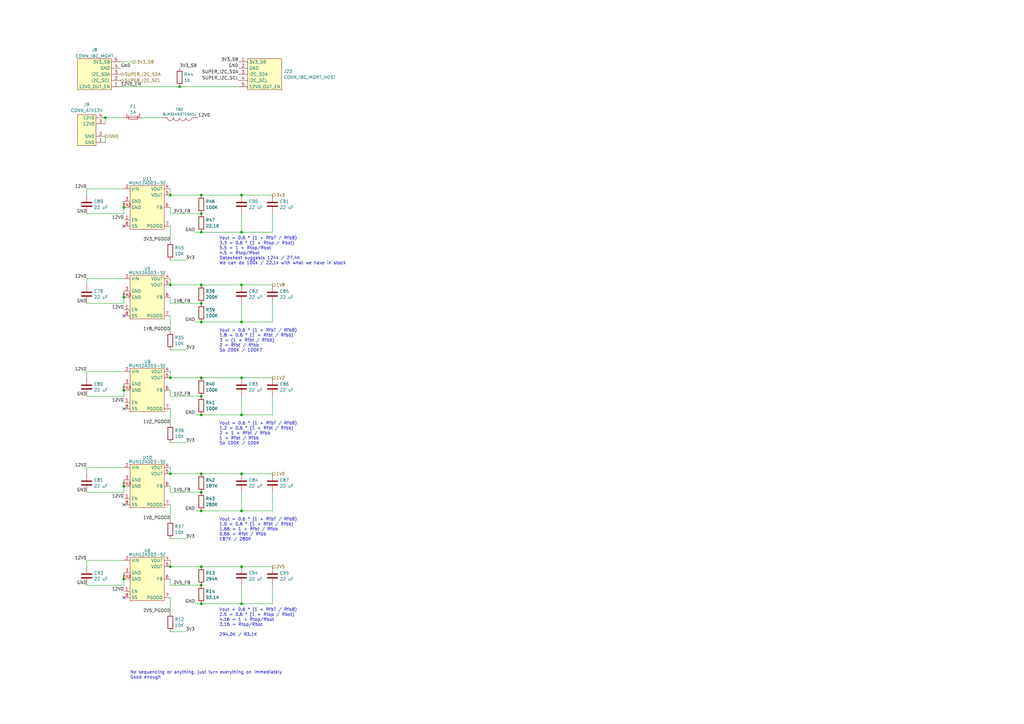
<source format=kicad_sch>
(kicad_sch (version 20231120) (generator "eeschema") (generator_version "8.0")
  (paper "A3")
  (title_block (title "Andrew D. Zonenberg") (date "2025-01-20") (rev "0.1") (company "Antikernel Labs"))
  (lib_symbols
    (symbol "device:C" (pin_numbers hide) (pin_names (offset 0.254))
      (property "Reference" "C" (at 0.635 2.54 0))
      (property "Value" "C" (at 0.635 -2.54 0))
      (symbol "C_0_1"
        (polyline (pts (xy -2.032 -0.762) (xy 2.032 -0.762)) (stroke (width 0.508)))
        (polyline (pts (xy -2.032 0.762) (xy 2.032 0.762)) (stroke (width 0.508)))
      )
      (symbol "C_1_1"
        (pin passive line (at 0 3.81 270) (length 2.794) (name "~") (number "1"))
        (pin passive line (at 0 -3.81 90) (length 2.794) (name "~") (number "2"))
      )
    )
    (symbol "device:R" (pin_numbers hide) (pin_names (offset 0))
      (property "Reference" "R" (at 2.032 0 90))
      (property "Value" "R" (at 0 0 90))
      (symbol "R_0_1"
        (rectangle (start -1.016 -2.54) (end 1.016 2.54) (stroke (width 0.254)))
      )
      (symbol "R_1_1"
        (pin passive line (at 0 3.81 270) (length 1.27) (name "~") (number "1"))
        (pin passive line (at 0 -3.81 90) (length 1.27) (name "~") (number "2"))
      )
    )
    (symbol "passive-azonenberg:INDUCTOR_PWROUT" (pin_numbers hide) (pin_names (offset 1.016) hide)
      (property "Reference" "L" (at -1.27 0 90))
      (property "Value" "INDUCTOR_PWROUT" (at 2.54 0 90))
      (symbol "INDUCTOR_PWROUT_0_1"
        (arc (start 0.0254 -5.0546) (mid 1.245 -3.7973) (end 0.0254 -2.54))
        (arc (start 0.0254 -2.5146) (mid 1.2704 -1.2319) (end 0.0254 0.0508))
        (arc (start 0.0254 0.0254) (mid 1.2704 1.3081) (end 0.0254 2.5908))
        (arc (start 0.0254 2.5654) (mid 1.1942 3.7719) (end 0.0254 4.9784))
      )
      (symbol "INDUCTOR_PWROUT_1_1"
        (pin power_out line (at 0 7.62 270) (length 2.54) (name "1") (number "1"))
        (pin passive line (at 0 -7.62 90) (length 2.54) (name "2") (number "2"))
      )
    )
    (symbol "power-azonenberg:CONN_ATX12V"
      (property "Reference" "J" (at 0 -1.27 0))
      (property "Value" "CONN_ATX12V" (at 0 -3.81 0))
      (symbol "CONN_ATX12V_0_1"
        (rectangle (start -7.62 12.7) (end 0 0) (stroke (width 0.1524)) (fill (type background)))
      )
      (symbol "CONN_ATX12V_1_1"
        (pin power_in line (at 3.81 1.27 180) (length 3.81) (name "GND") (number "1"))
        (pin power_out line (at 3.81 3.81 180) (length 3.81) (name "GND") (number "2"))
        (pin power_in line (at 3.81 8.89 180) (length 3.81) (name "12V0") (number "3"))
        (pin power_out line (at 3.81 11.43 180) (length 3.81) (name "12V0") (number "4"))
      )
    )
    (symbol "power-azonenberg:CONN_IBC_MGMT_DEVICE"
      (property "Reference" "J" (at 0 -1.27 0))
      (property "Value" "CONN_IBC_MGMT_DEVICE" (at 0 -3.81 0))
      (symbol "CONN_IBC_MGMT_DEVICE_0_1"
        (rectangle (start 0 12.7) (end -13.97 0) (stroke (width 0.1524)) (fill (type background)))
      )
      (symbol "CONN_IBC_MGMT_DEVICE_1_1"
        (pin input line (at 3.81 1.27 180) (length 3.81) (name "12V0_OUT_EN") (number "1"))
        (pin bidirectional line (at 3.81 3.81 180) (length 3.81) (name "I2C_SCL") (number "2"))
        (pin bidirectional line (at 3.81 6.35 180) (length 3.81) (name "I2C_SDA") (number "3"))
        (pin power_in line (at 3.81 8.89 180) (length 3.81) (name "GND") (number "4"))
        (pin power_out line (at 3.81 11.43 180) (length 3.81) (name "3V3_SB") (number "5"))
      )
    )
    (symbol "power-azonenberg:CONN_IBC_MGMT_HOST"
      (property "Reference" "J" (at 0 -1.27 0))
      (property "Value" "CONN_IBC_MGMT_HOST" (at 0 -3.81 0))
      (symbol "CONN_IBC_MGMT_HOST_0_1"
        (rectangle (start 0 12.7) (end -13.97 0) (stroke (width 0.1524)) (fill (type background)))
      )
      (symbol "CONN_IBC_MGMT_HOST_1_1"
        (pin power_in line (at 3.81 11.43 180) (length 3.81) (name "3V3_SB") (number "1"))
        (pin power_in line (at 3.81 8.89 180) (length 3.81) (name "GND") (number "2"))
        (pin bidirectional line (at 3.81 6.35 180) (length 3.81) (name "I2C_SDA") (number "3"))
        (pin bidirectional line (at 3.81 3.81 180) (length 3.81) (name "I2C_SCL") (number "4"))
        (pin output line (at 3.81 1.27 180) (length 3.81) (name "12V0_OUT_EN") (number "5"))
      )
    )
    (symbol "power-azonenberg:FUSE_PWROUT_2" (pin_names (offset 0.254))
      (property "Reference" "F" (at 4.445 1.27 0))
      (property "Value" "FUSE_PWROUT_2" (at -0.635 -1.905 0))
      (symbol "FUSE_PWROUT_2_0_1"
        (rectangle (start -1.905 0.635) (end 1.905 -0.635))
        (polyline (pts (xy 1.905 0) (xy -1.905 0)))
      )
      (symbol "FUSE_PWROUT_2_1_1"
        (pin power_in line (at -3.81 0 0) (length 2.54) (name "~") (number "1"))
        (pin power_out line (at 3.81 0 180) (length 2.54) (name "~") (number "2"))
      )
    )
    (symbol "power-azonenberg:MUN12AD03-SE"
      (property "Reference" "U" (at 0 -3.048 0))
      (property "Value" "MUN12AD03-SE" (at 0 -1.27 0))
      (symbol "MUN12AD03-SE_1_1"
        (rectangle (start 0 17.78) (end 13.97 0) (fill (type background)))
        (pin input line (at -2.54 3.81 0) (length 2.54) (name "EN") (number "1"))
        (pin power_in line (at -2.54 16.51 0) (length 2.54) (name "VIN") (number "2"))
        (pin power_in line (at -2.54 11.43 0) (length 2.54) (name "GND") (number "3"))
        (pin power_out line (at 16.51 16.51 180) (length 2.54) (name "VOUT") (number "4"))
        (pin power_in line (at 16.51 13.97 180) (length 2.54) (name "VOUT") (number "5"))
        (pin input line (at 16.51 8.89 180) (length 2.54) (name "FB") (number "6"))
        (pin open_collector line (at 16.51 1.27 180) (length 2.54) (name "PGOOD") (number "7"))
        (pin input line (at -2.54 1.27 0) (length 2.54) (name "SS") (number "8"))
        (pin power_in line (at -2.54 8.89 0) (length 2.54) (name "GND") (number "PAD"))
      )
    )
  )
  (junction (at 82.55 209.55))
  (junction (at 99.06 80.01))
  (junction (at 99.06 95.25))
  (junction (at 99.06 209.55))
  (junction (at 99.06 170.18))
  (junction (at 82.55 132.08))
  (junction (at 82.55 80.01))
  (junction (at 82.55 194.31))
  (junction (at 82.55 162.56))
  (junction (at 99.06 116.84))
  (junction (at 43.18 48.26))
  (junction (at 50.8 160.02))
  (junction (at 82.55 247.65))
  (junction (at 50.8 121.92))
  (junction (at 69.85 154.94))
  (junction (at 73.66 35.56))
  (junction (at 69.85 232.41))
  (junction (at 82.55 87.63))
  (junction (at 69.85 80.01))
  (junction (at 82.55 201.93))
  (junction (at 82.55 124.46))
  (junction (at 50.8 237.49))
  (junction (at 99.06 232.41))
  (junction (at 69.85 116.84))
  (junction (at 50.8 85.09))
  (junction (at 82.55 95.25))
  (junction (at 82.55 154.94))
  (junction (at 82.55 232.41))
  (junction (at 69.85 194.31))
  (junction (at 99.06 132.08))
  (junction (at 82.55 116.84))
  (junction (at 82.55 240.03))
  (junction (at 99.06 194.31))
  (junction (at 50.8 199.39))
  (junction (at 99.06 154.94))
  (junction (at 82.55 170.18))
  (junction (at 99.06 247.65))
  (no_connect (at 50.8 207.01))
  (no_connect (at 50.8 167.64))
  (no_connect (at 50.8 129.54))
  (no_connect (at 50.8 92.71))
  (no_connect (at 50.8 245.11))
  (wire (pts (xy 50.8 196.85) (xy 50.8 199.39)))
  (wire (pts (xy 35.56 191.77) (xy 50.8 191.77)))
  (wire (pts (xy 82.55 95.25) (xy 99.06 95.25)))
  (wire (pts (xy 50.8 162.56) (xy 35.56 162.56)))
  (wire (pts (xy 49.53 35.56) (xy 73.66 35.56)))
  (wire (pts (xy 69.85 240.03) (xy 82.55 240.03)))
  (wire (pts (xy 111.76 201.93) (xy 111.76 209.55)))
  (wire (pts (xy 35.56 232.41) (xy 35.56 229.87)))
  (wire (pts (xy 69.85 229.87) (xy 69.85 232.41)))
  (wire (pts (xy 35.56 152.4) (xy 50.8 152.4)))
  (wire (pts (xy 111.76 132.08) (xy 99.06 132.08)))
  (wire (pts (xy 69.85 237.49) (xy 69.85 240.03)))
  (wire (pts (xy 49.53 25.4) (xy 54.61 25.4)))
  (wire (pts (xy 69.85 162.56) (xy 82.55 162.56)))
  (wire (pts (xy 69.85 194.31) (xy 82.55 194.31)))
  (wire (pts (xy 73.66 35.56) (xy 97.79 35.56)))
  (wire (pts (xy 35.56 154.94) (xy 35.56 152.4)))
  (wire (pts (xy 99.06 170.18) (xy 99.06 162.56)))
  (wire (pts (xy 80.01 170.18) (xy 82.55 170.18)))
  (wire (pts (xy 50.8 87.63) (xy 35.56 87.63)))
  (wire (pts (xy 82.55 247.65) (xy 99.06 247.65)))
  (wire (pts (xy 69.85 167.64) (xy 69.85 173.99)))
  (wire (pts (xy 82.55 80.01) (xy 99.06 80.01)))
  (wire (pts (xy 82.55 132.08) (xy 99.06 132.08)))
  (wire (pts (xy 69.85 121.92) (xy 69.85 124.46)))
  (wire (pts (xy 50.8 237.49) (xy 50.8 240.03)))
  (wire (pts (xy 50.8 85.09) (xy 50.8 87.63)))
  (wire (pts (xy 69.85 259.08) (xy 76.2 259.08)))
  (wire (pts (xy 69.85 152.4) (xy 69.85 154.94)))
  (wire (pts (xy 69.85 245.11) (xy 69.85 251.46)))
  (wire (pts (xy 80.01 247.65) (xy 82.55 247.65)))
  (wire (pts (xy 82.55 154.94) (xy 99.06 154.94)))
  (wire (pts (xy 111.76 87.63) (xy 111.76 95.25)))
  (wire (pts (xy 99.06 232.41) (xy 111.76 232.41)))
  (wire (pts (xy 111.76 170.18) (xy 99.06 170.18)))
  (wire (pts (xy 35.56 229.87) (xy 50.8 229.87)))
  (wire (pts (xy 69.85 80.01) (xy 82.55 80.01)))
  (wire (pts (xy 43.18 48.26) (xy 43.18 50.8)))
  (wire (pts (xy 69.85 114.3) (xy 69.85 116.84)))
  (wire (pts (xy 99.06 247.65) (xy 99.06 240.03)))
  (wire (pts (xy 50.8 124.46) (xy 35.56 124.46)))
  (wire (pts (xy 50.8 201.93) (xy 35.56 201.93)))
  (wire (pts (xy 69.85 116.84) (xy 82.55 116.84)))
  (wire (pts (xy 35.56 194.31) (xy 35.56 191.77)))
  (wire (pts (xy 99.06 194.31) (xy 111.76 194.31)))
  (wire (pts (xy 82.55 209.55) (xy 99.06 209.55)))
  (wire (pts (xy 69.85 77.47) (xy 69.85 80.01)))
  (wire (pts (xy 99.06 95.25) (xy 99.06 87.63)))
  (wire (pts (xy 99.06 209.55) (xy 99.06 201.93)))
  (wire (pts (xy 111.76 124.46) (xy 111.76 132.08)))
  (wire (pts (xy 111.76 162.56) (xy 111.76 170.18)))
  (wire (pts (xy 50.8 234.95) (xy 50.8 237.49)))
  (wire (pts (xy 80.01 95.25) (xy 82.55 95.25)))
  (wire (pts (xy 50.8 157.48) (xy 50.8 160.02)))
  (wire (pts (xy 69.85 129.54) (xy 69.85 135.89)))
  (wire (pts (xy 50.8 160.02) (xy 50.8 162.56)))
  (wire (pts (xy 69.85 199.39) (xy 69.85 201.93)))
  (wire (pts (xy 69.85 181.61) (xy 76.2 181.61)))
  (wire (pts (xy 50.8 121.92) (xy 50.8 124.46)))
  (wire (pts (xy 69.85 232.41) (xy 82.55 232.41)))
  (wire (pts (xy 69.85 143.51) (xy 76.2 143.51)))
  (wire (pts (xy 50.8 82.55) (xy 50.8 85.09)))
  (wire (pts (xy 35.56 80.01) (xy 35.56 77.47)))
  (wire (pts (xy 82.55 116.84) (xy 99.06 116.84)))
  (wire (pts (xy 58.42 48.26) (xy 66.04 48.26)))
  (wire (pts (xy 111.76 209.55) (xy 99.06 209.55)))
  (wire (pts (xy 69.85 124.46) (xy 82.55 124.46)))
  (wire (pts (xy 111.76 247.65) (xy 99.06 247.65)))
  (wire (pts (xy 69.85 191.77) (xy 69.85 194.31)))
  (wire (pts (xy 99.06 154.94) (xy 111.76 154.94)))
  (wire (pts (xy 43.18 55.88) (xy 43.18 58.42)))
  (wire (pts (xy 111.76 95.25) (xy 99.06 95.25)))
  (wire (pts (xy 35.56 116.84) (xy 35.56 114.3)))
  (wire (pts (xy 69.85 106.68) (xy 76.2 106.68)))
  (wire (pts (xy 69.85 87.63) (xy 82.55 87.63)))
  (wire (pts (xy 99.06 132.08) (xy 99.06 124.46)))
  (wire (pts (xy 35.56 77.47) (xy 50.8 77.47)))
  (wire (pts (xy 69.85 220.98) (xy 76.2 220.98)))
  (wire (pts (xy 50.8 240.03) (xy 35.56 240.03)))
  (wire (pts (xy 50.8 199.39) (xy 50.8 201.93)))
  (wire (pts (xy 69.85 85.09) (xy 69.85 87.63)))
  (wire (pts (xy 69.85 92.71) (xy 69.85 99.06)))
  (wire (pts (xy 80.01 132.08) (xy 82.55 132.08)))
  (wire (pts (xy 69.85 207.01) (xy 69.85 213.36)))
  (wire (pts (xy 35.56 114.3) (xy 50.8 114.3)))
  (wire (pts (xy 69.85 154.94) (xy 82.55 154.94)))
  (wire (pts (xy 69.85 160.02) (xy 69.85 162.56)))
  (wire (pts (xy 82.55 232.41) (xy 99.06 232.41)))
  (wire (pts (xy 111.76 240.03) (xy 111.76 247.65)))
  (wire (pts (xy 82.55 194.31) (xy 99.06 194.31)))
  (wire (pts (xy 43.18 48.26) (xy 50.8 48.26)))
  (wire (pts (xy 99.06 80.01) (xy 111.76 80.01)))
  (wire (pts (xy 82.55 170.18) (xy 99.06 170.18)))
  (wire (pts (xy 50.8 119.38) (xy 50.8 121.92)))
  (wire (pts (xy 80.01 209.55) (xy 82.55 209.55)))
  (wire (pts (xy 99.06 116.84) (xy 111.76 116.84)))
  (wire (pts (xy 69.85 201.93) (xy 82.55 201.93)))
  (text "Vout = 0.6 * (1 + RfbT / RfbB)\n1.2 = 0.6 * (1 + Rfbt / Rfbb)\n2 = 1 + Rfbt / Rfbb\n1 = Rfbt / Rfbb\nSo 100K / 100K" (at 89.916 177.8 0) (effects (font (size 1.27 1.27)) (justify left)))
  (text "Vout = 0.6 * (1 + RfbT / RfbB)\n2.5 = 0.6 * (1 + Rtop / Rbot)\n4.16 = 1 + Rtop/Rbot\n3.16 = Rtop/Rbot\n\n294.0K / 93.1K" (at 89.916 255.27 0) (effects (font (size 1.27 1.27)) (justify left)))
  (text "No sequencing or anything, just turn everything on immediately\nGood enough" (at 53.34 276.86 0) (effects (font (size 1.27 1.27)) (justify left)))
  (text "Vout = 0.6 * (1 + RfbT / RfbB)\n3.3 = 0.6 * (1 + Rtop / Rbot)\n5.5 = 1 + Rtop/Rbot\n4.5 = Rtop/Rbot\nDatasheet suggests 124k / 27.4K\nWe can do 100k / 22.1k with what we have in stock" (at 89.916 102.87 0) (effects (font (size 1.27 1.27)) (justify left)))
  (text "Vout = 0.6 * (1 + RfbT / RfbB)\n1.0 = 0.6 * (1 + Rfbt / Rfbb)\n1.66 = 1 + Rfbt / Rfbb\n0.66 = Rfbt / Rfbb\n187K / 280K" (at 89.916 217.17 0) (effects (font (size 1.27 1.27)) (justify left)))
  (text "Vout = 0.6 * (1 + RfbT / RfbB)\n1.8 = 0.6 * (1 + Rfbt / Rfbb)\n3 = (1 + Rfbt / Rfbb)\n2 = Rfbt / Rfbb\nSo 200K / 100K?" (at 89.916 139.7 0) (effects (font (size 1.27 1.27)) (justify left)))
  (label "3V3_FB" (at 71.12 87.63 0))
  (label "GND" (at 97.79 27.94 180))
  (label "12V0" (at 50.8 242.57 180))
  (label "12V0" (at 50.8 204.47 180))
  (label "1V0_FB" (at 71.12 201.93 0))
  (label "1V2_FB" (at 71.12 162.56 0))
  (label "3V3" (at 76.2 106.68 0))
  (label "1V8_FB" (at 71.12 124.46 0))
  (label "1V0_PGOOD" (at 69.85 213.36 180))
  (label "2V5_PGOOD" (at 69.85 251.46 180))
  (label "GND" (at 35.56 124.46 180))
  (label "12V0" (at 50.8 127 180))
  (label "GND" (at 35.56 240.03 180))
  (label "3V3" (at 76.2 259.08 0))
  (label "3V3" (at 76.2 220.98 0))
  (label "GND" (at 80.01 209.55 180))
  (label "12V0" (at 50.8 90.17 180))
  (label "3V3" (at 76.2 143.51 0))
  (label "GND" (at 35.56 162.56 180))
  (label "GND" (at 49.53 27.94 0))
  (label "1V8_PGOOD" (at 69.85 135.89 180))
  (label "12V0" (at 81.28 48.26 0))
  (label "GND" (at 35.56 201.93 180))
  (label "12V0" (at 50.8 165.1 180))
  (label "GND" (at 80.01 247.65 180))
  (label "12V0_EN" (at 49.53 35.56 0))
  (label "12V0" (at 35.56 229.87 180))
  (label "3V3_SB" (at 97.79 25.4 180))
  (label "12V0" (at 35.56 152.4 180))
  (label "GND" (at 80.01 132.08 180))
  (label "12V0" (at 35.56 77.47 180))
  (label "GND" (at 35.56 87.63 180))
  (label "12V0" (at 35.56 191.77 180))
  (label "3V3" (at 76.2 181.61 0))
  (label "3V3_PGOOD" (at 69.85 99.06 180))
  (label "2V5_FB" (at 71.12 240.03 0))
  (label "SUPER_I2C_SDA" (at 97.79 30.48 180))
  (label "12V0" (at 35.56 114.3 180))
  (label "1V2_PGOOD" (at 69.85 173.99 180))
  (label "GND" (at 80.01 170.18 180))
  (label "SUPER_I2C_SCL" (at 97.79 33.02 180))
  (label "3V3_SB" (at 73.66 27.94 0))
  (label "GND" (at 80.01 95.25 180))
  (hierarchical_label "SUPER_I2C_SCL" (shape bidirectional) (at 49.53 33.02 0))
  (hierarchical_label "1V0" (shape output) (at 111.76 194.31 0))
  (hierarchical_label "3V3" (shape output) (at 111.76 80.01 0))
  (hierarchical_label "1V2" (shape output) (at 111.76 154.94 0))
  (hierarchical_label "1V8" (shape output) (at 111.76 116.84 0))
  (hierarchical_label "3V3_SB" (shape output) (at 54.61 25.4 0))
  (hierarchical_label "SUPER_I2C_SDA" (shape bidirectional) (at 49.53 30.48 0))
  (hierarchical_label "2V5" (shape output) (at 111.76 232.41 0))
  (hierarchical_label "GND" (shape output) (at 43.18 55.88 0))
  (symbol (lib_id "device:C") (at 111.76 83.82 0) (unit 1)
    (property "Reference" "C91" (at 114.681 82.6078 0) (effects (justify left)))
    (property "Value" "22 uF" (at 114.681 85.0321 0) (effects (justify left)))
    (property "Footprint" "azonenberg_pcb:EIA_1210_CAP_NOSILK" (effects (hide yes)))
    (property "Description" "Unpolarized capacitor" (effects (hide yes)))
  )
  (symbol (lib_id "device:C") (at 35.56 236.22 0) (unit 1)
    (property "Reference" "C93" (at 38.481 235.0078 0) (effects (justify left)))
    (property "Value" "22 uF" (at 38.481 237.4321 0) (effects (justify left)))
    (property "Footprint" "azonenberg_pcb:EIA_1812_CAP_NOSILK" (effects (hide yes)))
    (property "Description" "Unpolarized capacitor" (effects (hide yes)))
  )
  (symbol (lib_id "power-azonenberg:CONN_IBC_MGMT_HOST") (at 101.6 36.83 0) (mirror y) (unit 1)
    (property "Reference" "J23" (at 116.2812 29.2678 0) (effects (justify right)))
    (property "Value" "CONN_IBC_MGMT_HOST" (at 116.2812 31.6921 0) (effects (justify right)))
    (property "Footprint" "azonenberg_pcb:CONN_MOLEX_PICOBLADE_5POS_0532610571" (effects (hide yes)))
  )
  (symbol (lib_id "device:R") (at 82.55 120.65 0) (unit 1)
    (property "Reference" "R38" (at 84.328 119.4378 0) (effects (justify left)))
    (property "Value" "200K" (at 84.328 121.8621 0) (effects (justify left)))
    (property "Footprint" "azonenberg_pcb:EIA_0402_RES_NOSILK" (effects (hide yes)))
    (property "Description" "Resistor" (effects (hide yes)))
  )
  (symbol (lib_id "device:R") (at 69.85 177.8 0) (unit 1)
    (property "Reference" "R36" (at 71.628 176.5878 0) (effects (justify left)))
    (property "Value" "10K" (at 71.628 179.0121 0) (effects (justify left)))
    (property "Footprint" "azonenberg_pcb:EIA_0402_RES_NOSILK" (effects (hide yes)))
    (property "Description" "Resistor" (effects (hide yes)))
  )
  (symbol (lib_id "device:R") (at 82.55 91.44 0) (unit 1)
    (property "Reference" "R47" (at 84.328 90.2278 0) (effects (justify left)))
    (property "Value" "22.1K" (at 84.328 92.6521 0) (effects (justify left)))
    (property "Footprint" "azonenberg_pcb:EIA_0402_RES_NOSILK" (effects (hide yes)))
    (property "Description" "Resistor" (effects (hide yes)))
  )
  (symbol (lib_id "device:C") (at 99.06 83.82 0) (unit 1)
    (property "Reference" "C90" (at 101.981 82.6078 0) (effects (justify left)))
    (property "Value" "22 uF" (at 101.981 85.0321 0) (effects (justify left)))
    (property "Footprint" "azonenberg_pcb:EIA_1210_CAP_NOSILK" (effects (hide yes)))
    (property "Description" "Unpolarized capacitor" (effects (hide yes)))
  )
  (symbol (lib_id "power-azonenberg:MUN12AD03-SE") (at 53.34 93.98 0) (unit 1)
    (property "Reference" "U11" (at 60.452 73.406 0))
    (property "Value" "MUN12AD03-SE" (at 60.452 75.0874 0))
    (property "Footprint" "azonenberg_pcb:MODULE_CYNTEC_MUN12AD03-SE" (effects (hide yes)))
  )
  (symbol (lib_id "device:R") (at 73.66 31.75 0) (unit 1)
    (property "Reference" "R44" (at 75.438 30.5378 0) (effects (justify left)))
    (property "Value" "1K" (at 75.438 32.9621 0) (effects (justify left)))
    (property "Footprint" "azonenberg_pcb:EIA_0402_RES_NOSILK" (effects (hide yes)))
    (property "Description" "Resistor" (effects (hide yes)))
  )
  (symbol (lib_id "device:R") (at 69.85 139.7 0) (unit 1)
    (property "Reference" "R35" (at 71.628 138.4878 0) (effects (justify left)))
    (property "Value" "10K" (at 71.628 140.9121 0) (effects (justify left)))
    (property "Footprint" "azonenberg_pcb:EIA_0402_RES_NOSILK" (effects (hide yes)))
    (property "Description" "Resistor" (effects (hide yes)))
  )
  (symbol (lib_id "power-azonenberg:CONN_ATX12V") (at 39.37 59.69 0) (unit 1)
    (property "Reference" "J9" (at 35.56 42.8963 0))
    (property "Value" "CONN_ATX12V" (at 35.56 45.3206 0))
    (property "Footprint" "azonenberg_pcb:CONN_MOLEX_MINIFITJR_4POS_0039291048" (effects (hide yes)))
  )
  (symbol (lib_id "device:C") (at 35.56 158.75 0) (unit 1)
    (property "Reference" "C80" (at 38.481 157.5378 0) (effects (justify left)))
    (property "Value" "22 uF" (at 38.481 159.9621 0) (effects (justify left)))
    (property "Footprint" "azonenberg_pcb:EIA_1812_CAP_NOSILK" (effects (hide yes)))
    (property "Description" "Unpolarized capacitor" (effects (hide yes)))
  )
  (symbol (lib_id "device:C") (at 35.56 120.65 0) (unit 1)
    (property "Reference" "C79" (at 38.481 119.4378 0) (effects (justify left)))
    (property "Value" "22 uF" (at 38.481 121.8621 0) (effects (justify left)))
    (property "Footprint" "azonenberg_pcb:EIA_1812_CAP_NOSILK" (effects (hide yes)))
    (property "Description" "Unpolarized capacitor" (effects (hide yes)))
  )
  (symbol (lib_id "device:R") (at 69.85 255.27 0) (unit 1)
    (property "Reference" "R12" (at 71.628 254.0578 0) (effects (justify left)))
    (property "Value" "10K" (at 71.628 256.4821 0) (effects (justify left)))
    (property "Footprint" "azonenberg_pcb:EIA_0402_RES_NOSILK" (effects (hide yes)))
    (property "Description" "Resistor" (effects (hide yes)))
  )
  (symbol (lib_id "device:C") (at 111.76 198.12 0) (unit 1)
    (property "Reference" "C87" (at 114.681 196.9078 0) (effects (justify left)))
    (property "Value" "22 uF" (at 114.681 199.3321 0) (effects (justify left)))
    (property "Footprint" "azonenberg_pcb:EIA_1210_CAP_NOSILK" (effects (hide yes)))
    (property "Description" "Unpolarized capacitor" (effects (hide yes)))
  )
  (symbol (lib_id "device:R") (at 82.55 128.27 0) (unit 1)
    (property "Reference" "R39" (at 84.328 127.0578 0) (effects (justify left)))
    (property "Value" "100K" (at 84.328 129.4821 0) (effects (justify left)))
    (property "Footprint" "azonenberg_pcb:EIA_0402_RES_NOSILK" (effects (hide yes)))
    (property "Description" "Resistor" (effects (hide yes)))
  )
  (symbol (lib_id "power-azonenberg:MUN12AD03-SE") (at 53.34 246.38 0) (unit 1)
    (property "Reference" "U6" (at 60.452 225.806 0))
    (property "Value" "MUN12AD03-SE" (at 60.452 227.4874 0))
    (property "Footprint" "azonenberg_pcb:MODULE_CYNTEC_MUN12AD03-SE" (effects (hide yes)))
  )
  (symbol (lib_id "power-azonenberg:MUN12AD03-SE") (at 53.34 208.28 0) (unit 1)
    (property "Reference" "U10" (at 60.452 187.706 0))
    (property "Value" "MUN12AD03-SE" (at 60.452 189.3874 0))
    (property "Footprint" "azonenberg_pcb:MODULE_CYNTEC_MUN12AD03-SE" (effects (hide yes)))
  )
  (symbol (lib_id "device:R") (at 82.55 205.74 0) (unit 1)
    (property "Reference" "R43" (at 84.328 204.5278 0) (effects (justify left)))
    (property "Value" "280K" (at 84.328 206.9521 0) (effects (justify left)))
    (property "Footprint" "azonenberg_pcb:EIA_0402_RES_NOSILK" (effects (hide yes)))
    (property "Description" "Resistor" (effects (hide yes)))
  )
  (symbol (lib_id "device:C") (at 111.76 236.22 0) (unit 1)
    (property "Reference" "C95" (at 114.681 235.0078 0) (effects (justify left)))
    (property "Value" "22 uF" (at 114.681 237.4321 0) (effects (justify left)))
    (property "Footprint" "azonenberg_pcb:EIA_1210_CAP_NOSILK" (effects (hide yes)))
    (property "Description" "Unpolarized capacitor" (effects (hide yes)))
  )
  (symbol (lib_id "device:C") (at 111.76 120.65 0) (unit 1)
    (property "Reference" "C85" (at 114.681 119.4378 0) (effects (justify left)))
    (property "Value" "22 uF" (at 114.681 121.8621 0) (effects (justify left)))
    (property "Footprint" "azonenberg_pcb:EIA_1210_CAP_NOSILK" (effects (hide yes)))
    (property "Description" "Unpolarized capacitor" (effects (hide yes)))
  )
  (symbol (lib_id "device:C") (at 99.06 158.75 0) (unit 1)
    (property "Reference" "C83" (at 101.981 157.5378 0) (effects (justify left)))
    (property "Value" "22 uF" (at 101.981 159.9621 0) (effects (justify left)))
    (property "Footprint" "azonenberg_pcb:EIA_1210_CAP_NOSILK" (effects (hide yes)))
    (property "Description" "Unpolarized capacitor" (effects (hide yes)))
  )
  (symbol (lib_id "device:R") (at 82.55 158.75 0) (unit 1)
    (property "Reference" "R40" (at 84.328 157.5378 0) (effects (justify left)))
    (property "Value" "100K" (at 84.328 159.9621 0) (effects (justify left)))
    (property "Footprint" "azonenberg_pcb:EIA_0402_RES_NOSILK" (effects (hide yes)))
    (property "Description" "Resistor" (effects (hide yes)))
  )
  (symbol (lib_id "device:R") (at 82.55 198.12 0) (unit 1)
    (property "Reference" "R42" (at 84.328 196.9078 0) (effects (justify left)))
    (property "Value" "187K" (at 84.328 199.3321 0) (effects (justify left)))
    (property "Footprint" "azonenberg_pcb:EIA_0402_RES_NOSILK" (effects (hide yes)))
    (property "Description" "Resistor" (effects (hide yes)))
  )
  (symbol (lib_id "device:C") (at 111.76 158.75 0) (unit 1)
    (property "Reference" "C86" (at 114.681 157.5378 0) (effects (justify left)))
    (property "Value" "22 uF" (at 114.681 159.9621 0) (effects (justify left)))
    (property "Footprint" "azonenberg_pcb:EIA_1210_CAP_NOSILK" (effects (hide yes)))
    (property "Description" "Unpolarized capacitor" (effects (hide yes)))
  )
  (symbol (lib_id "device:C") (at 99.06 120.65 0) (unit 1)
    (property "Reference" "C82" (at 101.981 119.4378 0) (effects (justify left)))
    (property "Value" "22 uF" (at 101.981 121.8621 0) (effects (justify left)))
    (property "Footprint" "azonenberg_pcb:EIA_1210_CAP_NOSILK" (effects (hide yes)))
    (property "Description" "Unpolarized capacitor" (effects (hide yes)))
  )
  (symbol (lib_id "device:R") (at 69.85 217.17 0) (unit 1)
    (property "Reference" "R37" (at 71.628 215.9578 0) (effects (justify left)))
    (property "Value" "10K" (at 71.628 218.3821 0) (effects (justify left)))
    (property "Footprint" "azonenberg_pcb:EIA_0402_RES_NOSILK" (effects (hide yes)))
    (property "Description" "Resistor" (effects (hide yes)))
  )
  (symbol (lib_id "device:R") (at 82.55 236.22 0) (unit 1)
    (property "Reference" "R13" (at 84.328 235.0078 0) (effects (justify left)))
    (property "Value" "294K" (at 84.328 237.4321 0) (effects (justify left)))
    (property "Footprint" "azonenberg_pcb:EIA_0402_RES_NOSILK" (effects (hide yes)))
    (property "Description" "Resistor" (effects (hide yes)))
  )
  (symbol (lib_id "device:R") (at 82.55 83.82 0) (unit 1)
    (property "Reference" "R46" (at 84.328 82.6078 0) (effects (justify left)))
    (property "Value" "100K" (at 84.328 85.0321 0) (effects (justify left)))
    (property "Footprint" "azonenberg_pcb:EIA_0402_RES_NOSILK" (effects (hide yes)))
    (property "Description" "Resistor" (effects (hide yes)))
  )
  (symbol (lib_id "device:C") (at 99.06 198.12 0) (unit 1)
    (property "Reference" "C84" (at 101.981 196.9078 0) (effects (justify left)))
    (property "Value" "22 uF" (at 101.981 199.3321 0) (effects (justify left)))
    (property "Footprint" "azonenberg_pcb:EIA_1210_CAP_NOSILK" (effects (hide yes)))
    (property "Description" "Unpolarized capacitor" (effects (hide yes)))
  )
  (symbol (lib_id "device:R") (at 82.55 166.37 0) (unit 1)
    (property "Reference" "R41" (at 84.328 165.1578 0) (effects (justify left)))
    (property "Value" "100K" (at 84.328 167.5821 0) (effects (justify left)))
    (property "Footprint" "azonenberg_pcb:EIA_0402_RES_NOSILK" (effects (hide yes)))
    (property "Description" "Resistor" (effects (hide yes)))
  )
  (symbol (lib_id "power-azonenberg:MUN12AD03-SE") (at 53.34 168.91 0) (unit 1)
    (property "Reference" "U9" (at 60.452 148.336 0))
    (property "Value" "MUN12AD03-SE" (at 60.452 150.0174 0))
    (property "Footprint" "azonenberg_pcb:MODULE_CYNTEC_MUN12AD03-SE" (effects (hide yes)))
  )
  (symbol (lib_id "device:C") (at 35.56 198.12 0) (unit 1)
    (property "Reference" "C81" (at 38.481 196.9078 0) (effects (justify left)))
    (property "Value" "22 uF" (at 38.481 199.3321 0) (effects (justify left)))
    (property "Footprint" "azonenberg_pcb:EIA_1812_CAP_NOSILK" (effects (hide yes)))
    (property "Description" "Unpolarized capacitor" (effects (hide yes)))
  )
  (symbol (lib_id "power-azonenberg:FUSE_PWROUT_2") (at 54.61 48.26 0) (unit 1)
    (property "Reference" "F1" (at 54.61 43.6075 0))
    (property "Value" "1A" (at 54.61 46.0318 0))
    (property "Footprint" "azonenberg_pcb:EIA_0402_RES_NOSILK" (effects (hide yes)))
  )
  (symbol (lib_id "device:C") (at 99.06 236.22 0) (unit 1)
    (property "Reference" "C94" (at 101.981 235.0078 0) (effects (justify left)))
    (property "Value" "22 uF" (at 101.981 237.4321 0) (effects (justify left)))
    (property "Footprint" "azonenberg_pcb:EIA_1210_CAP_NOSILK" (effects (hide yes)))
    (property "Description" "Unpolarized capacitor" (effects (hide yes)))
  )
  (symbol (lib_id "passive-azonenberg:INDUCTOR_PWROUT") (at 73.66 48.26 270) (unit 1)
    (property "Reference" "FB2" (at 73.66 44.8557 90) (effects (font (size 1.016 1.016))))
    (property "Value" "BLM31KN271SN1L" (at 73.66 46.8712 90) (effects (font (size 1.016 1.016))))
    (property "Footprint" "azonenberg_pcb:EIA_1206_CAP_NOSILK" (effects (hide yes)))
  )
  (symbol (lib_id "device:C") (at 35.56 83.82 0) (unit 1)
    (property "Reference" "C89" (at 38.481 82.6078 0) (effects (justify left)))
    (property "Value" "22 uF" (at 38.481 85.0321 0) (effects (justify left)))
    (property "Footprint" "azonenberg_pcb:EIA_1812_CAP_NOSILK" (effects (hide yes)))
    (property "Description" "Unpolarized capacitor" (effects (hide yes)))
  )
  (symbol (lib_id "device:R") (at 82.55 243.84 0) (unit 1)
    (property "Reference" "R14" (at 84.328 242.6278 0) (effects (justify left)))
    (property "Value" "93.1K" (at 84.328 245.0521 0) (effects (justify left)))
    (property "Footprint" "azonenberg_pcb:EIA_0402_RES_NOSILK" (effects (hide yes)))
    (property "Description" "Resistor" (effects (hide yes)))
  )
  (symbol (lib_id "power-azonenberg:MUN12AD03-SE") (at 53.34 130.81 0) (unit 1)
    (property "Reference" "U5" (at 60.452 110.236 0))
    (property "Value" "MUN12AD03-SE" (at 60.452 111.9174 0))
    (property "Footprint" "azonenberg_pcb:MODULE_CYNTEC_MUN12AD03-SE" (effects (hide yes)))
  )
  (symbol (lib_id "power-azonenberg:CONN_IBC_MGMT_DEVICE") (at 45.72 36.83 0) (unit 1)
    (property "Reference" "J8" (at 38.735 20.481 0))
    (property "Value" "CONN_IBC_MGMT" (at 38.735 23.0179 0))
    (property "Footprint" "azonenberg_pcb:CONN_MOLEX_PICOBLADE_5POS_0532610571" (effects (hide yes)))
  )
  (symbol (lib_id "device:R") (at 69.85 102.87 0) (unit 1)
    (property "Reference" "R45" (at 71.628 101.6578 0) (effects (justify left)))
    (property "Value" "10K" (at 71.628 104.0821 0) (effects (justify left)))
    (property "Footprint" "azonenberg_pcb:EIA_0402_RES_NOSILK" (effects (hide yes)))
    (property "Description" "Resistor" (effects (hide yes)))
  )
)
</source>
